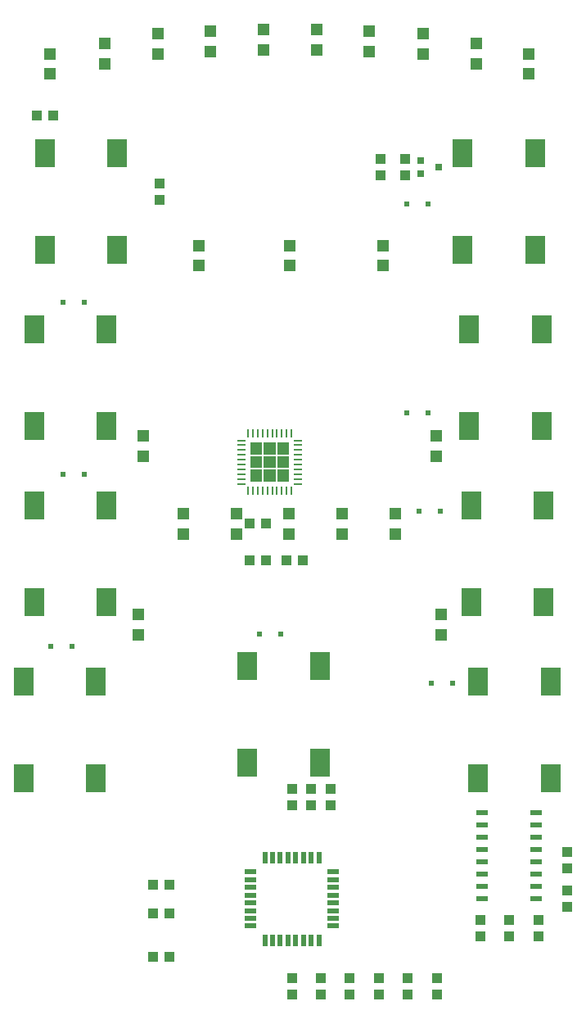
<source format=gtp>
G04 EAGLE Gerber RS-274X export*
G75*
%MOMM*%
%FSLAX34Y34*%
%LPD*%
%INTop Paste*%
%IPPOS*%
%AMOC8*
5,1,8,0,0,1.08239X$1,22.5*%
G01*
%ADD10R,1.200000X1.200000*%
%ADD11R,2.000000X3.000000*%
%ADD12R,1.100000X1.000000*%
%ADD13R,1.270000X0.558800*%
%ADD14R,0.558800X1.270000*%
%ADD15R,1.000000X1.100000*%
%ADD16R,1.200000X0.600000*%
%ADD17R,0.700000X0.700000*%
%ADD18R,0.812800X0.254000*%
%ADD19R,0.254000X0.812800*%
%ADD20R,0.600000X0.600000*%

G36*
X312057Y579360D02*
X312057Y579360D01*
X312059Y579359D01*
X312102Y579379D01*
X312146Y579397D01*
X312146Y579399D01*
X312148Y579400D01*
X312181Y579485D01*
X312181Y591455D01*
X312180Y591457D01*
X312181Y591459D01*
X312161Y591502D01*
X312143Y591546D01*
X312141Y591546D01*
X312140Y591548D01*
X312055Y591581D01*
X300085Y591581D01*
X300083Y591580D01*
X300081Y591581D01*
X300038Y591561D01*
X299994Y591543D01*
X299994Y591541D01*
X299992Y591540D01*
X299959Y591455D01*
X299959Y579485D01*
X299960Y579483D01*
X299959Y579481D01*
X299979Y579438D01*
X299997Y579394D01*
X299999Y579394D01*
X300000Y579392D01*
X300085Y579359D01*
X312055Y579359D01*
X312057Y579360D01*
G37*
G36*
X298087Y579360D02*
X298087Y579360D01*
X298089Y579359D01*
X298132Y579379D01*
X298176Y579397D01*
X298176Y579399D01*
X298178Y579400D01*
X298211Y579485D01*
X298211Y591455D01*
X298210Y591457D01*
X298211Y591459D01*
X298191Y591502D01*
X298173Y591546D01*
X298171Y591546D01*
X298170Y591548D01*
X298085Y591581D01*
X286115Y591581D01*
X286113Y591580D01*
X286111Y591581D01*
X286068Y591561D01*
X286024Y591543D01*
X286024Y591541D01*
X286022Y591540D01*
X285989Y591455D01*
X285989Y579485D01*
X285990Y579483D01*
X285989Y579481D01*
X286009Y579438D01*
X286027Y579394D01*
X286029Y579394D01*
X286030Y579392D01*
X286115Y579359D01*
X298085Y579359D01*
X298087Y579360D01*
G37*
G36*
X284117Y579360D02*
X284117Y579360D01*
X284119Y579359D01*
X284162Y579379D01*
X284206Y579397D01*
X284206Y579399D01*
X284208Y579400D01*
X284241Y579485D01*
X284241Y591455D01*
X284240Y591457D01*
X284241Y591459D01*
X284221Y591502D01*
X284203Y591546D01*
X284201Y591546D01*
X284200Y591548D01*
X284115Y591581D01*
X272145Y591581D01*
X272143Y591580D01*
X272141Y591581D01*
X272098Y591561D01*
X272054Y591543D01*
X272054Y591541D01*
X272052Y591540D01*
X272019Y591455D01*
X272019Y579485D01*
X272020Y579483D01*
X272019Y579481D01*
X272039Y579438D01*
X272057Y579394D01*
X272059Y579394D01*
X272060Y579392D01*
X272145Y579359D01*
X284115Y579359D01*
X284117Y579360D01*
G37*
G36*
X312057Y565390D02*
X312057Y565390D01*
X312059Y565389D01*
X312102Y565409D01*
X312146Y565427D01*
X312146Y565429D01*
X312148Y565430D01*
X312181Y565515D01*
X312181Y577485D01*
X312180Y577487D01*
X312181Y577489D01*
X312161Y577532D01*
X312143Y577576D01*
X312141Y577576D01*
X312140Y577578D01*
X312055Y577611D01*
X300085Y577611D01*
X300083Y577610D01*
X300081Y577611D01*
X300038Y577591D01*
X299994Y577573D01*
X299994Y577571D01*
X299992Y577570D01*
X299959Y577485D01*
X299959Y565515D01*
X299960Y565513D01*
X299959Y565511D01*
X299979Y565468D01*
X299997Y565424D01*
X299999Y565424D01*
X300000Y565422D01*
X300085Y565389D01*
X312055Y565389D01*
X312057Y565390D01*
G37*
G36*
X298087Y565390D02*
X298087Y565390D01*
X298089Y565389D01*
X298132Y565409D01*
X298176Y565427D01*
X298176Y565429D01*
X298178Y565430D01*
X298211Y565515D01*
X298211Y577485D01*
X298210Y577487D01*
X298211Y577489D01*
X298191Y577532D01*
X298173Y577576D01*
X298171Y577576D01*
X298170Y577578D01*
X298085Y577611D01*
X286115Y577611D01*
X286113Y577610D01*
X286111Y577611D01*
X286068Y577591D01*
X286024Y577573D01*
X286024Y577571D01*
X286022Y577570D01*
X285989Y577485D01*
X285989Y565515D01*
X285990Y565513D01*
X285989Y565511D01*
X286009Y565468D01*
X286027Y565424D01*
X286029Y565424D01*
X286030Y565422D01*
X286115Y565389D01*
X298085Y565389D01*
X298087Y565390D01*
G37*
G36*
X284117Y565390D02*
X284117Y565390D01*
X284119Y565389D01*
X284162Y565409D01*
X284206Y565427D01*
X284206Y565429D01*
X284208Y565430D01*
X284241Y565515D01*
X284241Y577485D01*
X284240Y577487D01*
X284241Y577489D01*
X284221Y577532D01*
X284203Y577576D01*
X284201Y577576D01*
X284200Y577578D01*
X284115Y577611D01*
X272145Y577611D01*
X272143Y577610D01*
X272141Y577611D01*
X272098Y577591D01*
X272054Y577573D01*
X272054Y577571D01*
X272052Y577570D01*
X272019Y577485D01*
X272019Y565515D01*
X272020Y565513D01*
X272019Y565511D01*
X272039Y565468D01*
X272057Y565424D01*
X272059Y565424D01*
X272060Y565422D01*
X272145Y565389D01*
X284115Y565389D01*
X284117Y565390D01*
G37*
G36*
X312057Y551420D02*
X312057Y551420D01*
X312059Y551419D01*
X312102Y551439D01*
X312146Y551457D01*
X312146Y551459D01*
X312148Y551460D01*
X312181Y551545D01*
X312181Y563515D01*
X312180Y563517D01*
X312181Y563519D01*
X312161Y563562D01*
X312143Y563606D01*
X312141Y563606D01*
X312140Y563608D01*
X312055Y563641D01*
X300085Y563641D01*
X300083Y563640D01*
X300081Y563641D01*
X300038Y563621D01*
X299994Y563603D01*
X299994Y563601D01*
X299992Y563600D01*
X299959Y563515D01*
X299959Y551545D01*
X299960Y551543D01*
X299959Y551541D01*
X299979Y551498D01*
X299997Y551454D01*
X299999Y551454D01*
X300000Y551452D01*
X300085Y551419D01*
X312055Y551419D01*
X312057Y551420D01*
G37*
G36*
X298087Y551420D02*
X298087Y551420D01*
X298089Y551419D01*
X298132Y551439D01*
X298176Y551457D01*
X298176Y551459D01*
X298178Y551460D01*
X298211Y551545D01*
X298211Y563515D01*
X298210Y563517D01*
X298211Y563519D01*
X298191Y563562D01*
X298173Y563606D01*
X298171Y563606D01*
X298170Y563608D01*
X298085Y563641D01*
X286115Y563641D01*
X286113Y563640D01*
X286111Y563641D01*
X286068Y563621D01*
X286024Y563603D01*
X286024Y563601D01*
X286022Y563600D01*
X285989Y563515D01*
X285989Y551545D01*
X285990Y551543D01*
X285989Y551541D01*
X286009Y551498D01*
X286027Y551454D01*
X286029Y551454D01*
X286030Y551452D01*
X286115Y551419D01*
X298085Y551419D01*
X298087Y551420D01*
G37*
G36*
X284117Y551420D02*
X284117Y551420D01*
X284119Y551419D01*
X284162Y551439D01*
X284206Y551457D01*
X284206Y551459D01*
X284208Y551460D01*
X284241Y551545D01*
X284241Y563515D01*
X284240Y563517D01*
X284241Y563519D01*
X284221Y563562D01*
X284203Y563606D01*
X284201Y563606D01*
X284200Y563608D01*
X284115Y563641D01*
X272145Y563641D01*
X272143Y563640D01*
X272141Y563641D01*
X272098Y563621D01*
X272054Y563603D01*
X272054Y563601D01*
X272052Y563600D01*
X272019Y563515D01*
X272019Y551545D01*
X272020Y551543D01*
X272019Y551541D01*
X272039Y551498D01*
X272057Y551454D01*
X272059Y551454D01*
X272060Y551452D01*
X272145Y551419D01*
X284115Y551419D01*
X284117Y551420D01*
G37*
D10*
X64400Y993650D03*
X64400Y972650D03*
D11*
X134500Y791000D03*
X134500Y891000D03*
X59500Y891000D03*
X59500Y791000D03*
D10*
X121030Y1004330D03*
X121030Y983330D03*
X176750Y1014500D03*
X176750Y993500D03*
X230980Y1016740D03*
X230980Y995740D03*
X285950Y1018300D03*
X285950Y997300D03*
X340920Y1018300D03*
X340920Y997300D03*
X395150Y1016740D03*
X395150Y995740D03*
X450870Y1014500D03*
X450870Y993500D03*
X505450Y1004330D03*
X505450Y983330D03*
X559700Y993650D03*
X559700Y972650D03*
D11*
X566500Y791000D03*
X566500Y891000D03*
X491500Y891000D03*
X491500Y791000D03*
X123500Y609000D03*
X123500Y709000D03*
X48500Y709000D03*
X48500Y609000D03*
X573500Y609000D03*
X573500Y709000D03*
X498500Y709000D03*
X498500Y609000D03*
X123500Y427000D03*
X123500Y527000D03*
X48500Y527000D03*
X48500Y427000D03*
X575500Y427000D03*
X575500Y527000D03*
X500500Y527000D03*
X500500Y427000D03*
X112500Y245000D03*
X112500Y345000D03*
X37500Y345000D03*
X37500Y245000D03*
X343750Y261000D03*
X343750Y361000D03*
X268750Y361000D03*
X268750Y261000D03*
X582500Y245000D03*
X582500Y345000D03*
X507500Y345000D03*
X507500Y245000D03*
D10*
X218720Y795480D03*
X218720Y774480D03*
X312560Y795480D03*
X312560Y774480D03*
X409510Y795480D03*
X409510Y774480D03*
X160930Y598620D03*
X160930Y577620D03*
X464070Y598620D03*
X464070Y577620D03*
X469130Y414350D03*
X469130Y393350D03*
X155900Y414340D03*
X155900Y393340D03*
X202300Y518400D03*
X202300Y497400D03*
X257450Y518400D03*
X257450Y497400D03*
X311700Y518400D03*
X311700Y497400D03*
X367290Y518400D03*
X367290Y497400D03*
X421990Y518400D03*
X421990Y497400D03*
D12*
X335080Y233500D03*
X335080Y216500D03*
X355160Y233500D03*
X355160Y216500D03*
X435000Y38500D03*
X435000Y21500D03*
X405000Y38500D03*
X405000Y21500D03*
D13*
X272074Y148000D03*
X272074Y140000D03*
X272074Y132000D03*
X272074Y124000D03*
X272074Y116000D03*
X272074Y108000D03*
X272074Y100000D03*
X272074Y92000D03*
D14*
X287000Y77074D03*
X295000Y77074D03*
X303000Y77074D03*
X311000Y77074D03*
X319000Y77074D03*
X327000Y77074D03*
X335000Y77074D03*
X343000Y77074D03*
D13*
X357926Y92000D03*
X357926Y100000D03*
X357926Y108000D03*
X357926Y116000D03*
X357926Y124000D03*
X357926Y132000D03*
X357926Y140000D03*
X357926Y148000D03*
D14*
X343000Y162926D03*
X335000Y162926D03*
X327000Y162926D03*
X319000Y162926D03*
X311000Y162926D03*
X303000Y162926D03*
X295000Y162926D03*
X287000Y162926D03*
D12*
X171500Y135000D03*
X188500Y135000D03*
X171500Y60000D03*
X188500Y60000D03*
X315000Y233500D03*
X315000Y216500D03*
X375000Y21500D03*
X375000Y38500D03*
X345000Y21500D03*
X345000Y38500D03*
X315000Y21500D03*
X315000Y38500D03*
X171500Y105000D03*
X188500Y105000D03*
D15*
X600000Y111500D03*
X600000Y128500D03*
X600000Y151660D03*
X600000Y168660D03*
X570000Y98500D03*
X570000Y81500D03*
X540000Y98500D03*
X540000Y81500D03*
X510000Y98500D03*
X510000Y81500D03*
D16*
X568000Y120550D03*
X568000Y133250D03*
X568000Y145950D03*
X568000Y158650D03*
X568000Y171350D03*
X568000Y184050D03*
X568000Y196750D03*
X568000Y209450D03*
X512000Y209450D03*
X512000Y196750D03*
X512000Y184050D03*
X512000Y171350D03*
X512000Y158650D03*
X512000Y145950D03*
X512000Y133250D03*
X512000Y120550D03*
D12*
X177800Y859400D03*
X177800Y842400D03*
X51500Y930000D03*
X68500Y930000D03*
D17*
X447950Y882800D03*
X447950Y869800D03*
X466450Y876300D03*
D12*
X431800Y867800D03*
X431800Y884800D03*
X406400Y867800D03*
X406400Y884800D03*
D18*
X262636Y594000D03*
X262636Y589000D03*
X262636Y584000D03*
X262636Y579000D03*
X262636Y574000D03*
X262636Y569000D03*
X262636Y564000D03*
X262636Y559000D03*
X262636Y554000D03*
X262636Y549000D03*
D19*
X269600Y542036D03*
X274600Y542036D03*
X279600Y542036D03*
X284600Y542036D03*
X289600Y542036D03*
X294600Y542036D03*
X299600Y542036D03*
X304600Y542036D03*
X309600Y542036D03*
X314600Y542036D03*
D18*
X321564Y549000D03*
X321564Y554000D03*
X321564Y559000D03*
X321564Y564000D03*
X321564Y569000D03*
X321564Y574000D03*
X321564Y579000D03*
X321564Y584000D03*
X321564Y589000D03*
X321564Y594000D03*
D19*
X314600Y600964D03*
X309600Y600964D03*
X304600Y600964D03*
X299600Y600964D03*
X294600Y600964D03*
X289600Y600964D03*
X284600Y600964D03*
X279600Y600964D03*
X274600Y600964D03*
X269600Y600964D03*
D20*
X455500Y838200D03*
X433500Y838200D03*
X77900Y736600D03*
X99900Y736600D03*
X455500Y622300D03*
X433500Y622300D03*
X77900Y558800D03*
X99900Y558800D03*
X468200Y520700D03*
X446200Y520700D03*
X65200Y381000D03*
X87200Y381000D03*
X281100Y393700D03*
X303100Y393700D03*
X480900Y342900D03*
X458900Y342900D03*
D12*
X270900Y508000D03*
X287900Y508000D03*
D15*
X270900Y469900D03*
X287900Y469900D03*
D12*
X309000Y469900D03*
X326000Y469900D03*
D15*
X465000Y21500D03*
X465000Y38500D03*
M02*

</source>
